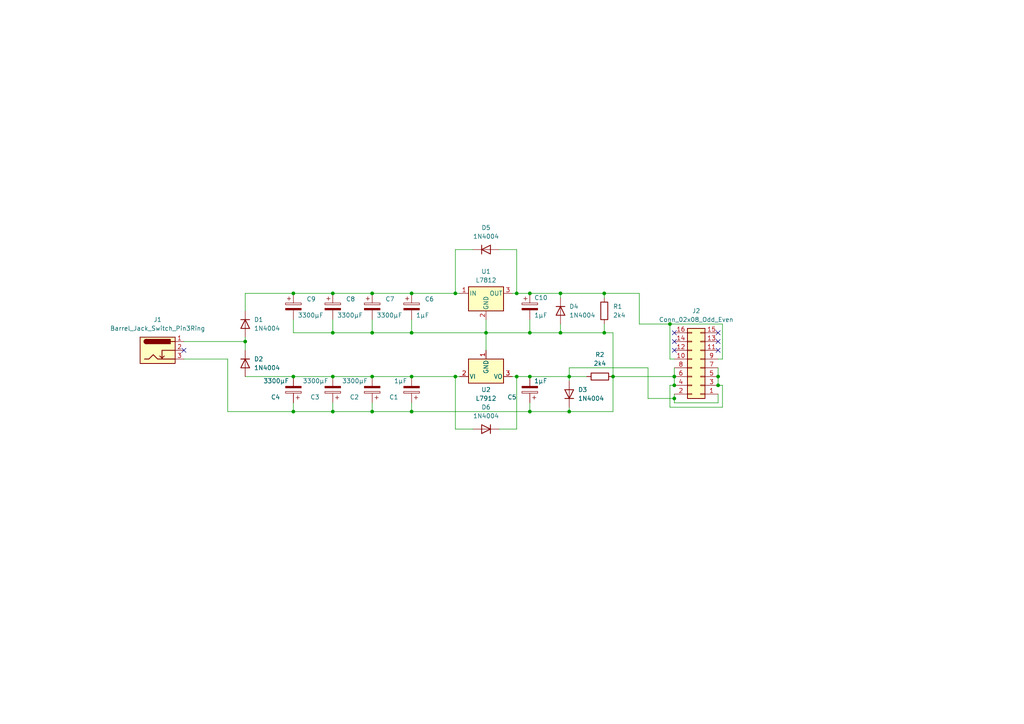
<source format=kicad_sch>
(kicad_sch (version 20230121) (generator eeschema)
  (paper "A4")
  (lib_symbols
    (symbol "Connector:Barrel_Jack_Switch_Pin3Ring" (pin_names hide)
      (property "Reference" "J" (at 0 5.334 0))
      (property "Value" "Barrel_Jack_Switch_Pin3Ring" (at 0 -5.08 0))
      (symbol "Barrel_Jack_Switch_Pin3Ring_0_1"
        (rectangle (start -5.08 3.81) (end 5.08 -3.81) (stroke (width 0.254)) (fill (type background)))
        (arc (start -3.302 3.175) (mid -3.9343 2.54) (end -3.302 1.905) (stroke (width 0.254)))
        (arc (start -3.302 3.175) (mid -3.9343 2.54) (end -3.302 1.905) (stroke (width 0.254)) (fill (type outline)))
        (polyline (pts (xy 1.27 -2.286) (xy 1.905 -1.651)) (stroke (width 0.254)))
        (polyline (pts (xy 5.08 2.54) (xy 3.81 2.54)) (stroke (width 0.254)))
        (polyline (pts (xy 5.08 0) (xy 1.27 0) (xy 1.27 -2.286) (xy 0.635 -1.651)) (stroke (width 0.254)))
        (polyline (pts (xy -3.81 -2.54) (xy -2.54 -2.54) (xy -1.27 -1.27) (xy 0 -2.54) (xy 2.54 -2.54) (xy 5.08 -2.54)) (stroke (width 0.254)))
        (rectangle (start 3.683 3.175) (end -3.302 1.905) (stroke (width 0.254)) (fill (type outline)))
      )
      (symbol "Barrel_Jack_Switch_Pin3Ring_1_1"
        (pin passive line (at 7.62 2.54 180) (length 2.54) (name "~") (number "1"))
        (pin passive line (at 7.62 0 180) (length 2.54) (name "~") (number "2"))
        (pin passive line (at 7.62 -2.54 180) (length 2.54) (name "~") (number "3"))
      )
    )
    (symbol "Connector_Generic:Conn_02x08_Odd_Even" (pin_names (offset 1.016) hide)
      (property "Reference" "J" (at 1.27 10.16 0))
      (property "Value" "Conn_02x08_Odd_Even" (at 1.27 -12.7 0))
      (symbol "Conn_02x08_Odd_Even_1_1"
        (rectangle (start -1.27 -10.033) (end 0 -10.287) (stroke (width 0.1524)))
        (rectangle (start -1.27 -7.493) (end 0 -7.747) (stroke (width 0.1524)))
        (rectangle (start -1.27 -4.953) (end 0 -5.207) (stroke (width 0.1524)))
        (rectangle (start -1.27 -2.413) (end 0 -2.667) (stroke (width 0.1524)))
        (rectangle (start -1.27 0.127) (end 0 -0.127) (stroke (width 0.1524)))
        (rectangle (start -1.27 2.667) (end 0 2.413) (stroke (width 0.1524)))
        (rectangle (start -1.27 5.207) (end 0 4.953) (stroke (width 0.1524)))
        (rectangle (start -1.27 7.747) (end 0 7.493) (stroke (width 0.1524)))
        (rectangle (start -1.27 8.89) (end 3.81 -11.43) (stroke (width 0.254)) (fill (type background)))
        (rectangle (start 3.81 -10.033) (end 2.54 -10.287) (stroke (width 0.1524)))
        (rectangle (start 3.81 -7.493) (end 2.54 -7.747) (stroke (width 0.1524)))
        (rectangle (start 3.81 -4.953) (end 2.54 -5.207) (stroke (width 0.1524)))
        (rectangle (start 3.81 -2.413) (end 2.54 -2.667) (stroke (width 0.1524)))
        (rectangle (start 3.81 0.127) (end 2.54 -0.127) (stroke (width 0.1524)))
        (rectangle (start 3.81 2.667) (end 2.54 2.413) (stroke (width 0.1524)))
        (rectangle (start 3.81 5.207) (end 2.54 4.953) (stroke (width 0.1524)))
        (rectangle (start 3.81 7.747) (end 2.54 7.493) (stroke (width 0.1524)))
        (pin passive line (at -5.08 7.62 0) (length 3.81) (name "Pin_1") (number "1"))
        (pin passive line (at 7.62 -2.54 180) (length 3.81) (name "Pin_10") (number "10"))
        (pin passive line (at -5.08 -5.08 0) (length 3.81) (name "Pin_11") (number "11"))
        (pin passive line (at 7.62 -5.08 180) (length 3.81) (name "Pin_12") (number "12"))
        (pin passive line (at -5.08 -7.62 0) (length 3.81) (name "Pin_13") (number "13"))
        (pin passive line (at 7.62 -7.62 180) (length 3.81) (name "Pin_14") (number "14"))
        (pin passive line (at -5.08 -10.16 0) (length 3.81) (name "Pin_15") (number "15"))
        (pin passive line (at 7.62 -10.16 180) (length 3.81) (name "Pin_16") (number "16"))
        (pin passive line (at 7.62 7.62 180) (length 3.81) (name "Pin_2") (number "2"))
        (pin passive line (at -5.08 5.08 0) (length 3.81) (name "Pin_3") (number "3"))
        (pin passive line (at 7.62 5.08 180) (length 3.81) (name "Pin_4") (number "4"))
        (pin passive line (at -5.08 2.54 0) (length 3.81) (name "Pin_5") (number "5"))
        (pin passive line (at 7.62 2.54 180) (length 3.81) (name "Pin_6") (number "6"))
        (pin passive line (at -5.08 0 0) (length 3.81) (name "Pin_7") (number "7"))
        (pin passive line (at 7.62 0 180) (length 3.81) (name "Pin_8") (number "8"))
        (pin passive line (at -5.08 -2.54 0) (length 3.81) (name "Pin_9") (number "9"))
      )
    )
    (symbol "Device:C_Polarized" (pin_numbers hide) (pin_names (offset 0.254))
      (property "Reference" "C" (at 0.635 2.54 0))
      (property "Value" "C_Polarized" (at 0.635 -2.54 0))
      (symbol "C_Polarized_0_1"
        (rectangle (start -2.286 0.508) (end 2.286 1.016))
        (polyline (pts (xy -1.778 2.286) (xy -0.762 2.286)))
        (polyline (pts (xy -1.27 2.794) (xy -1.27 1.778)))
        (rectangle (start 2.286 -0.508) (end -2.286 -1.016) (fill (type outline)))
      )
      (symbol "C_Polarized_1_1"
        (pin passive line (at 0 3.81 270) (length 2.794) (name "~") (number "1"))
        (pin passive line (at 0 -3.81 90) (length 2.794) (name "~") (number "2"))
      )
    )
    (symbol "Device:R" (pin_numbers hide) (pin_names (offset 0))
      (property "Reference" "R" (at 2.032 0 90))
      (property "Value" "R" (at 0 0 90))
      (symbol "R_0_1"
        (rectangle (start -1.016 -2.54) (end 1.016 2.54) (stroke (width 0.254)))
      )
      (symbol "R_1_1"
        (pin passive line (at 0 3.81 270) (length 1.27) (name "~") (number "1"))
        (pin passive line (at 0 -3.81 90) (length 1.27) (name "~") (number "2"))
      )
    )
    (symbol "Diode:1N4004" (pin_numbers hide) (pin_names hide)
      (property "Reference" "D" (at 0 2.54 0))
      (property "Value" "1N4004" (at 0 -2.54 0))
      (symbol "1N4004_0_1"
        (polyline (pts (xy -1.27 1.27) (xy -1.27 -1.27)) (stroke (width 0.254)))
        (polyline (pts (xy 1.27 0) (xy -1.27 0)))
        (polyline (pts (xy 1.27 1.27) (xy 1.27 -1.27) (xy -1.27 0) (xy 1.27 1.27)) (stroke (width 0.254)))
      )
      (symbol "1N4004_1_1"
        (pin passive line (at -3.81 0 0) (length 2.54) (name "K") (number "1"))
        (pin passive line (at 3.81 0 180) (length 2.54) (name "A") (number "2"))
      )
    )
    (symbol "Regulator_Linear:L7812" (pin_names (offset 0.254))
      (property "Reference" "U" (at -3.81 3.175 0))
      (property "Value" "L7812" (at 0 3.175 0))
      (symbol "L7812_0_1"
        (rectangle (start -5.08 1.905) (end 5.08 -5.08) (stroke (width 0.254)) (fill (type background)))
      )
      (symbol "L7812_1_1"
        (pin power_in line (at -7.62 0 0) (length 2.54) (name "IN") (number "1"))
        (pin power_in line (at 0 -7.62 90) (length 2.54) (name "GND") (number "2"))
        (pin power_out line (at 7.62 0 180) (length 2.54) (name "OUT") (number "3"))
      )
    )
    (symbol "Regulator_Linear:L7912" (pin_names (offset 0.254))
      (property "Reference" "U" (at -3.81 -3.175 0))
      (property "Value" "L7912" (at 0 -3.175 0))
      (symbol "L7912_0_1"
        (rectangle (start -5.08 5.08) (end 5.08 -1.905) (stroke (width 0.254)) (fill (type background)))
      )
      (symbol "L7912_1_1"
        (pin power_in line (at 0 7.62 270) (length 2.54) (name "GND") (number "1"))
        (pin power_in line (at -7.62 0 0) (length 2.54) (name "VI") (number "2"))
        (pin power_out line (at 7.62 0 180) (length 2.54) (name "VO") (number "3"))
      )
    )
  )
  (junction (at 96.52 85.09))
  (junction (at 96.52 119.38))
  (junction (at 140.97 96.52))
  (junction (at 195.58 109.22))
  (junction (at 195.58 115.57))
  (junction (at 85.09 119.38))
  (junction (at 153.67 119.38))
  (junction (at 162.56 85.09))
  (junction (at 175.26 85.09))
  (junction (at 85.09 109.22))
  (junction (at 149.86 85.09))
  (junction (at 119.38 85.09))
  (junction (at 177.8 109.22))
  (junction (at 208.28 109.22))
  (junction (at 85.09 85.09))
  (junction (at 119.38 109.22))
  (junction (at 107.95 119.38))
  (junction (at 107.95 85.09))
  (junction (at 149.86 109.22))
  (junction (at 107.95 109.22))
  (junction (at 153.67 85.09))
  (junction (at 165.1 109.22))
  (junction (at 96.52 109.22))
  (junction (at 195.58 111.76))
  (junction (at 132.08 109.22))
  (junction (at 132.08 85.09))
  (junction (at 119.38 96.52))
  (junction (at 165.1 119.38))
  (junction (at 119.38 119.38))
  (junction (at 175.26 96.52))
  (junction (at 96.52 96.52))
  (junction (at 194.31 93.98))
  (junction (at 153.67 109.22))
  (junction (at 208.28 111.76))
  (junction (at 71.12 99.06))
  (junction (at 107.95 96.52))
  (junction (at 153.67 96.52))
  (junction (at 162.56 96.52))
  (no_connect (at 208.28 101.6))
  (no_connect (at 208.28 99.06))
  (no_connect (at 195.58 96.52))
  (no_connect (at 208.28 96.52))
  (no_connect (at 195.58 101.6))
  (no_connect (at 195.58 99.06))
  (no_connect (at 53.34 101.6))
  (wire (pts (xy 85.09 92.71) (xy 85.09 96.52)))
  (wire (pts (xy 177.8 109.22) (xy 195.58 109.22)))
  (wire (pts (xy 153.67 116.84) (xy 153.67 119.38)))
  (wire (pts (xy 71.12 85.09) (xy 85.09 85.09)))
  (wire (pts (xy 194.31 111.76) (xy 195.58 111.76)))
  (wire (pts (xy 194.31 93.98) (xy 194.31 104.14)))
  (wire (pts (xy 195.58 109.22) (xy 195.58 111.76)))
  (wire (pts (xy 71.12 90.17) (xy 71.12 85.09)))
  (wire (pts (xy 162.56 96.52) (xy 175.26 96.52)))
  (wire (pts (xy 187.96 106.68) (xy 165.1 106.68)))
  (wire (pts (xy 208.28 116.84) (xy 195.58 116.84)))
  (wire (pts (xy 177.8 119.38) (xy 165.1 119.38)))
  (wire (pts (xy 119.38 119.38) (xy 107.95 119.38)))
  (wire (pts (xy 175.26 96.52) (xy 177.8 96.52)))
  (wire (pts (xy 66.04 104.14) (xy 66.04 119.38)))
  (wire (pts (xy 195.58 115.57) (xy 187.96 115.57)))
  (wire (pts (xy 149.86 109.22) (xy 153.67 109.22)))
  (wire (pts (xy 162.56 85.09) (xy 153.67 85.09)))
  (wire (pts (xy 107.95 96.52) (xy 119.38 96.52)))
  (wire (pts (xy 107.95 109.22) (xy 119.38 109.22)))
  (wire (pts (xy 140.97 92.71) (xy 140.97 96.52)))
  (wire (pts (xy 165.1 109.22) (xy 170.18 109.22)))
  (wire (pts (xy 119.38 116.84) (xy 119.38 119.38)))
  (wire (pts (xy 185.42 93.98) (xy 185.42 85.09)))
  (wire (pts (xy 175.26 93.98) (xy 175.26 96.52)))
  (wire (pts (xy 53.34 104.14) (xy 66.04 104.14)))
  (wire (pts (xy 85.09 119.38) (xy 85.09 116.84)))
  (wire (pts (xy 153.67 92.71) (xy 153.67 96.52)))
  (wire (pts (xy 119.38 96.52) (xy 140.97 96.52)))
  (wire (pts (xy 144.78 124.46) (xy 149.86 124.46)))
  (wire (pts (xy 153.67 96.52) (xy 140.97 96.52)))
  (wire (pts (xy 175.26 85.09) (xy 175.26 86.36)))
  (wire (pts (xy 162.56 93.98) (xy 162.56 96.52)))
  (wire (pts (xy 175.26 85.09) (xy 162.56 85.09)))
  (wire (pts (xy 153.67 109.22) (xy 165.1 109.22)))
  (wire (pts (xy 149.86 72.39) (xy 149.86 85.09)))
  (wire (pts (xy 208.28 111.76) (xy 209.55 111.76)))
  (wire (pts (xy 96.52 109.22) (xy 107.95 109.22)))
  (wire (pts (xy 194.31 93.98) (xy 185.42 93.98)))
  (wire (pts (xy 71.12 109.22) (xy 85.09 109.22)))
  (wire (pts (xy 107.95 85.09) (xy 119.38 85.09)))
  (wire (pts (xy 148.59 109.22) (xy 149.86 109.22)))
  (wire (pts (xy 119.38 85.09) (xy 132.08 85.09)))
  (wire (pts (xy 119.38 109.22) (xy 132.08 109.22)))
  (wire (pts (xy 148.59 85.09) (xy 149.86 85.09)))
  (wire (pts (xy 165.1 110.49) (xy 165.1 109.22)))
  (wire (pts (xy 194.31 118.11) (xy 194.31 111.76)))
  (wire (pts (xy 165.1 118.11) (xy 165.1 119.38)))
  (wire (pts (xy 85.09 85.09) (xy 96.52 85.09)))
  (wire (pts (xy 209.55 118.11) (xy 194.31 118.11)))
  (wire (pts (xy 165.1 106.68) (xy 165.1 109.22)))
  (wire (pts (xy 209.55 93.98) (xy 194.31 93.98)))
  (wire (pts (xy 209.55 104.14) (xy 209.55 93.98)))
  (wire (pts (xy 195.58 106.68) (xy 195.58 109.22)))
  (wire (pts (xy 162.56 96.52) (xy 153.67 96.52)))
  (wire (pts (xy 162.56 86.36) (xy 162.56 85.09)))
  (wire (pts (xy 137.16 124.46) (xy 132.08 124.46)))
  (wire (pts (xy 132.08 85.09) (xy 133.35 85.09)))
  (wire (pts (xy 195.58 116.84) (xy 195.58 115.57)))
  (wire (pts (xy 119.38 92.71) (xy 119.38 96.52)))
  (wire (pts (xy 132.08 124.46) (xy 132.08 109.22)))
  (wire (pts (xy 153.67 119.38) (xy 119.38 119.38)))
  (wire (pts (xy 107.95 116.84) (xy 107.95 119.38)))
  (wire (pts (xy 132.08 109.22) (xy 133.35 109.22)))
  (wire (pts (xy 185.42 85.09) (xy 175.26 85.09)))
  (wire (pts (xy 96.52 85.09) (xy 107.95 85.09)))
  (wire (pts (xy 71.12 99.06) (xy 71.12 101.6)))
  (wire (pts (xy 96.52 119.38) (xy 85.09 119.38)))
  (wire (pts (xy 132.08 72.39) (xy 132.08 85.09)))
  (wire (pts (xy 66.04 119.38) (xy 85.09 119.38)))
  (wire (pts (xy 107.95 92.71) (xy 107.95 96.52)))
  (wire (pts (xy 53.34 99.06) (xy 71.12 99.06)))
  (wire (pts (xy 195.58 115.57) (xy 195.58 114.3)))
  (wire (pts (xy 144.78 72.39) (xy 149.86 72.39)))
  (wire (pts (xy 149.86 85.09) (xy 153.67 85.09)))
  (wire (pts (xy 96.52 96.52) (xy 107.95 96.52)))
  (wire (pts (xy 208.28 109.22) (xy 208.28 111.76)))
  (wire (pts (xy 208.28 106.68) (xy 208.28 109.22)))
  (wire (pts (xy 149.86 124.46) (xy 149.86 109.22)))
  (wire (pts (xy 85.09 96.52) (xy 96.52 96.52)))
  (wire (pts (xy 85.09 109.22) (xy 96.52 109.22)))
  (wire (pts (xy 96.52 92.71) (xy 96.52 96.52)))
  (wire (pts (xy 71.12 99.06) (xy 71.12 97.79)))
  (wire (pts (xy 177.8 109.22) (xy 177.8 119.38)))
  (wire (pts (xy 187.96 115.57) (xy 187.96 106.68)))
  (wire (pts (xy 107.95 119.38) (xy 96.52 119.38)))
  (wire (pts (xy 96.52 116.84) (xy 96.52 119.38)))
  (wire (pts (xy 140.97 96.52) (xy 140.97 101.6)))
  (wire (pts (xy 194.31 104.14) (xy 195.58 104.14)))
  (wire (pts (xy 208.28 104.14) (xy 209.55 104.14)))
  (wire (pts (xy 165.1 119.38) (xy 153.67 119.38)))
  (wire (pts (xy 208.28 114.3) (xy 208.28 116.84)))
  (wire (pts (xy 137.16 72.39) (xy 132.08 72.39)))
  (wire (pts (xy 177.8 96.52) (xy 177.8 109.22)))
  (wire (pts (xy 209.55 111.76) (xy 209.55 118.11)))
  (symbol (lib_id "Diode:1N4004") (at 162.56 90.17 270) (unit 1)
    (property "Reference" "D4" (at 165.1 88.9 90) (effects (justify left)))
    (property "Value" "1N4004" (at 165.1 91.44 90) (effects (justify left)))
    (property "Footprint" "Diode_THT:D_DO-41_SOD81_P10.16mm_Horizontal" (effects hide))
    (property "Datasheet" "http://www.vishay.com/docs/88503/1n4001.pdf" (effects hide))
    (property "Sim.Device" "D" (effects hide))
    (property "Sim.Pins" "1=K 2=A" (effects hide))
  )
  (symbol (lib_id "Connector_Generic:Conn_02x08_Odd_Even") (at 203.2 106.68 180) (unit 1)
    (property "Reference" "J2" (at 201.93 90.17 0))
    (property "Value" "Conn_02x08_Odd_Even" (at 201.93 92.71 0))
    (property "Footprint" "Connector_IDC:IDC-Header_2x08_P2.54mm_Vertical" (effects hide))
  )
  (symbol (lib_id "Diode:1N4004") (at 140.97 72.39 0) (unit 1)
    (property "Reference" "D5" (at 140.97 66.04 0))
    (property "Value" "1N4004" (at 140.97 68.58 0))
    (property "Footprint" "Diode_THT:D_DO-41_SOD81_P10.16mm_Horizontal" (effects hide))
    (property "Datasheet" "http://www.vishay.com/docs/88503/1n4001.pdf" (effects hide))
    (property "Sim.Device" "D" (effects hide))
    (property "Sim.Pins" "1=K 2=A" (effects hide))
  )
  (symbol (lib_id "Device:C_Polarized") (at 107.95 113.03 180) (unit 1)
    (property "Reference" "C2" (at 104.14 115.189 0) (effects (justify left)))
    (property "Value" "3300µF" (at 106.68 110.49 0) (effects (justify left)))
    (property "Footprint" "Capacitor_THT:CP_Radial_D12.5mm_P5.00mm" (effects hide))
  )
  (symbol (lib_id "Diode:1N4004") (at 140.97 124.46 180) (unit 1)
    (property "Reference" "D6" (at 140.97 118.11 0))
    (property "Value" "1N4004" (at 140.97 120.65 0))
    (property "Footprint" "Diode_THT:D_DO-41_SOD81_P10.16mm_Horizontal" (effects hide))
    (property "Datasheet" "http://www.vishay.com/docs/88503/1n4001.pdf" (effects hide))
    (property "Sim.Device" "D" (effects hide))
    (property "Sim.Pins" "1=K 2=A" (effects hide))
  )
  (symbol (lib_id "Device:C_Polarized") (at 107.95 88.9 0) (unit 1)
    (property "Reference" "C7" (at 111.76 86.741 0) (effects (justify left)))
    (property "Value" "3300µF" (at 109.22 91.44 0) (effects (justify left)))
    (property "Footprint" "Capacitor_THT:CP_Radial_D12.5mm_P5.00mm" (effects hide))
  )
  (symbol (lib_id "Device:C_Polarized") (at 96.52 113.03 180) (unit 1)
    (property "Reference" "C3" (at 92.71 115.189 0) (effects (justify left)))
    (property "Value" "3300µF" (at 95.25 110.49 0) (effects (justify left)))
    (property "Footprint" "Capacitor_THT:CP_Radial_D12.5mm_P5.00mm" (effects hide))
  )
  (symbol (lib_id "Regulator_Linear:L7912") (at 140.97 109.22 0) (unit 1)
    (property "Reference" "U2" (at 140.97 113.03 0))
    (property "Value" "L7912" (at 140.97 115.57 0))
    (property "Footprint" "Package_TO_SOT_THT:TO-220F-3_Horizontal_TabDown" (effects hide))
    (property "Datasheet" "http://www.st.com/content/ccc/resource/technical/document/datasheet/c9/16/86/41/c7/2b/45/f2/CD00000450.pdf/files/CD00000450.pdf/jcr:content/translations/en.CD00000450.pdf" (effects hide))
  )
  (symbol (lib_id "Diode:1N4004") (at 71.12 93.98 270) (unit 1)
    (property "Reference" "D1" (at 73.66 92.71 90) (effects (justify left)))
    (property "Value" "1N4004" (at 73.66 95.25 90) (effects (justify left)))
    (property "Footprint" "Diode_THT:D_DO-41_SOD81_P10.16mm_Horizontal" (effects hide))
    (property "Datasheet" "http://www.vishay.com/docs/88503/1n4001.pdf" (effects hide))
    (property "Sim.Device" "D" (effects hide))
    (property "Sim.Pins" "1=K 2=A" (effects hide))
  )
  (symbol (lib_id "Diode:1N4004") (at 165.1 114.3 90) (unit 1)
    (property "Reference" "D3" (at 167.64 113.03 90) (effects (justify right)))
    (property "Value" "1N4004" (at 167.64 115.57 90) (effects (justify right)))
    (property "Footprint" "Diode_THT:D_DO-41_SOD81_P10.16mm_Horizontal" (effects hide))
    (property "Datasheet" "http://www.vishay.com/docs/88503/1n4001.pdf" (effects hide))
    (property "Sim.Device" "D" (effects hide))
    (property "Sim.Pins" "1=K 2=A" (effects hide))
  )
  (symbol (lib_id "Device:C_Polarized") (at 85.09 113.03 180) (unit 1)
    (property "Reference" "C4" (at 81.28 115.189 0) (effects (justify left)))
    (property "Value" "3300µF" (at 83.82 110.49 0) (effects (justify left)))
    (property "Footprint" "Capacitor_THT:CP_Radial_D12.5mm_P5.00mm" (effects hide))
  )
  (symbol (lib_id "Device:C_Polarized") (at 153.67 88.9 0) (unit 1)
    (property "Reference" "C10" (at 154.94 86.36 0) (effects (justify left)))
    (property "Value" "1µF" (at 154.94 91.44 0) (effects (justify left)))
    (property "Footprint" "Capacitor_THT:CP_Radial_D12.5mm_P5.00mm" (effects hide))
  )
  (symbol (lib_id "Device:C_Polarized") (at 119.38 113.03 180) (unit 1)
    (property "Reference" "C1" (at 115.57 115.189 0) (effects (justify left)))
    (property "Value" "1µF" (at 118.11 110.49 0) (effects (justify left)))
    (property "Footprint" "Capacitor_THT:CP_Radial_D12.5mm_P5.00mm" (effects hide))
  )
  (symbol (lib_id "Device:R") (at 175.26 90.17 0) (unit 1)
    (property "Reference" "R1" (at 177.8 88.9 0) (effects (justify left)))
    (property "Value" "2k4" (at 177.8 91.44 0) (effects (justify left)))
    (property "Footprint" "Resistor_THT:R_Axial_DIN0204_L3.6mm_D1.6mm_P5.08mm_Horizontal" (effects hide))
  )
  (symbol (lib_id "Connector:Barrel_Jack_Switch_Pin3Ring") (at 45.72 101.6 0) (unit 1)
    (property "Reference" "J1" (at 45.72 92.71 0))
    (property "Value" "Barrel_Jack_Switch_Pin3Ring" (at 45.72 95.25 0))
    (property "Footprint" "Connector_BarrelJack:BarrelJack_Horizontal" (effects hide))
  )
  (symbol (lib_id "Regulator_Linear:L7812") (at 140.97 85.09 0) (unit 1)
    (property "Reference" "U1" (at 140.97 78.74 0))
    (property "Value" "L7812" (at 140.97 81.28 0))
    (property "Footprint" "Package_TO_SOT_THT:TO-220F-3_Horizontal_TabDown" (effects hide))
    (property "Datasheet" "http://www.st.com/content/ccc/resource/technical/document/datasheet/41/4f/b3/b0/12/d4/47/88/CD00000444.pdf/files/CD00000444.pdf/jcr:content/translations/en.CD00000444.pdf" (effects hide))
  )
  (symbol (lib_id "Device:C_Polarized") (at 85.09 88.9 0) (unit 1)
    (property "Reference" "C9" (at 88.9 86.741 0) (effects (justify left)))
    (property "Value" "3300µF" (at 86.36 91.44 0) (effects (justify left)))
    (property "Footprint" "Capacitor_THT:CP_Radial_D12.5mm_P5.00mm" (effects hide))
  )
  (symbol (lib_id "Device:C_Polarized") (at 96.52 88.9 0) (unit 1)
    (property "Reference" "C8" (at 100.33 86.741 0) (effects (justify left)))
    (property "Value" "3300µF" (at 97.79 91.44 0) (effects (justify left)))
    (property "Footprint" "Capacitor_THT:CP_Radial_D12.5mm_P5.00mm" (effects hide))
  )
  (symbol (lib_id "Device:C_Polarized") (at 119.38 88.9 0) (unit 1)
    (property "Reference" "C6" (at 123.19 86.741 0) (effects (justify left)))
    (property "Value" "1µF" (at 120.65 91.44 0) (effects (justify left)))
    (property "Footprint" "Capacitor_THT:CP_Radial_D12.5mm_P5.00mm" (effects hide))
  )
  (symbol (lib_id "Diode:1N4004") (at 71.12 105.41 270) (unit 1)
    (property "Reference" "D2" (at 73.66 104.14 90) (effects (justify left)))
    (property "Value" "1N4004" (at 73.66 106.68 90) (effects (justify left)))
    (property "Footprint" "Diode_THT:D_DO-41_SOD81_P10.16mm_Horizontal" (effects hide))
    (property "Datasheet" "http://www.vishay.com/docs/88503/1n4001.pdf" (effects hide))
    (property "Sim.Device" "D" (effects hide))
    (property "Sim.Pins" "1=K 2=A" (effects hide))
  )
  (symbol (lib_id "Device:C_Polarized") (at 153.67 113.03 180) (unit 1)
    (property "Reference" "C5" (at 149.86 115.189 0) (effects (justify left)))
    (property "Value" "1µF" (at 158.75 110.49 0) (effects (justify left)))
    (property "Footprint" "Capacitor_THT:CP_Radial_D12.5mm_P5.00mm" (effects hide))
  )
  (symbol (lib_id "Device:R") (at 173.99 109.22 90) (unit 1)
    (property "Reference" "R2" (at 173.99 102.87 90))
    (property "Value" "2k4" (at 173.99 105.41 90))
    (property "Footprint" "Resistor_THT:R_Axial_DIN0204_L3.6mm_D1.6mm_P5.08mm_Horizontal" (effects hide))
  )
)
</source>
